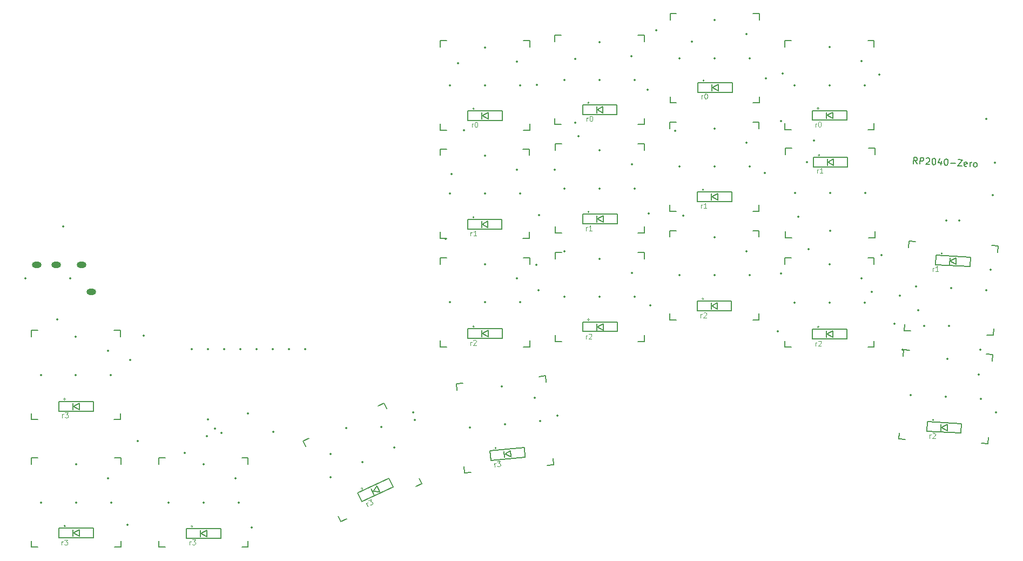
<source format=gto>
%TF.GenerationSoftware,KiCad,Pcbnew,7.0.7*%
%TF.CreationDate,2024-10-06T22:50:33+09:00*%
%TF.ProjectId,evoroll,65766f72-6f6c-46c2-9e6b-696361645f70,rev?*%
%TF.SameCoordinates,Original*%
%TF.FileFunction,Legend,Top*%
%TF.FilePolarity,Positive*%
%FSLAX46Y46*%
G04 Gerber Fmt 4.6, Leading zero omitted, Abs format (unit mm)*
G04 Created by KiCad (PCBNEW 7.0.7) date 2024-10-06 22:50:33*
%MOMM*%
%LPD*%
G01*
G04 APERTURE LIST*
%ADD10C,0.080000*%
%ADD11C,0.150000*%
%ADD12C,0.100000*%
%ADD13C,0.350000*%
%ADD14O,1.500000X1.000000*%
G04 APERTURE END LIST*
D10*
X105468107Y-75097935D02*
X105468107Y-74564601D01*
X105468107Y-74716982D02*
X105506202Y-74640792D01*
X105506202Y-74640792D02*
X105544297Y-74602697D01*
X105544297Y-74602697D02*
X105620488Y-74564601D01*
X105620488Y-74564601D02*
X105696678Y-74564601D01*
X105925249Y-74374125D02*
X105963345Y-74336030D01*
X105963345Y-74336030D02*
X106039535Y-74297935D01*
X106039535Y-74297935D02*
X106230011Y-74297935D01*
X106230011Y-74297935D02*
X106306202Y-74336030D01*
X106306202Y-74336030D02*
X106344297Y-74374125D01*
X106344297Y-74374125D02*
X106382392Y-74450316D01*
X106382392Y-74450316D02*
X106382392Y-74526506D01*
X106382392Y-74526506D02*
X106344297Y-74640792D01*
X106344297Y-74640792D02*
X105887154Y-75097935D01*
X105887154Y-75097935D02*
X106382392Y-75097935D01*
X123493107Y-54622935D02*
X123493107Y-54089601D01*
X123493107Y-54241982D02*
X123531202Y-54165792D01*
X123531202Y-54165792D02*
X123569297Y-54127697D01*
X123569297Y-54127697D02*
X123645488Y-54089601D01*
X123645488Y-54089601D02*
X123721678Y-54089601D01*
X124407392Y-54622935D02*
X123950249Y-54622935D01*
X124178821Y-54622935D02*
X124178821Y-53822935D01*
X124178821Y-53822935D02*
X124102630Y-53937220D01*
X124102630Y-53937220D02*
X124026440Y-54013411D01*
X124026440Y-54013411D02*
X123950249Y-54051506D01*
X159818107Y-64497935D02*
X159818107Y-63964601D01*
X159818107Y-64116982D02*
X159856202Y-64040792D01*
X159856202Y-64040792D02*
X159894297Y-64002697D01*
X159894297Y-64002697D02*
X159970488Y-63964601D01*
X159970488Y-63964601D02*
X160046678Y-63964601D01*
X160732392Y-64497935D02*
X160275249Y-64497935D01*
X160503821Y-64497935D02*
X160503821Y-63697935D01*
X160503821Y-63697935D02*
X160427630Y-63812220D01*
X160427630Y-63812220D02*
X160351440Y-63888411D01*
X160351440Y-63888411D02*
X160275249Y-63926506D01*
X105593107Y-40972935D02*
X105593107Y-40439601D01*
X105593107Y-40591982D02*
X105631202Y-40515792D01*
X105631202Y-40515792D02*
X105669297Y-40477697D01*
X105669297Y-40477697D02*
X105745488Y-40439601D01*
X105745488Y-40439601D02*
X105821678Y-40439601D01*
X106240726Y-40172935D02*
X106316916Y-40172935D01*
X106316916Y-40172935D02*
X106393107Y-40211030D01*
X106393107Y-40211030D02*
X106431202Y-40249125D01*
X106431202Y-40249125D02*
X106469297Y-40325316D01*
X106469297Y-40325316D02*
X106507392Y-40477697D01*
X106507392Y-40477697D02*
X106507392Y-40668173D01*
X106507392Y-40668173D02*
X106469297Y-40820554D01*
X106469297Y-40820554D02*
X106431202Y-40896744D01*
X106431202Y-40896744D02*
X106393107Y-40934840D01*
X106393107Y-40934840D02*
X106316916Y-40972935D01*
X106316916Y-40972935D02*
X106240726Y-40972935D01*
X106240726Y-40972935D02*
X106164535Y-40934840D01*
X106164535Y-40934840D02*
X106126440Y-40896744D01*
X106126440Y-40896744D02*
X106088345Y-40820554D01*
X106088345Y-40820554D02*
X106050249Y-40668173D01*
X106050249Y-40668173D02*
X106050249Y-40477697D01*
X106050249Y-40477697D02*
X106088345Y-40325316D01*
X106088345Y-40325316D02*
X106126440Y-40249125D01*
X106126440Y-40249125D02*
X106164535Y-40211030D01*
X106164535Y-40211030D02*
X106240726Y-40172935D01*
X23393107Y-87422935D02*
X23393107Y-86889601D01*
X23393107Y-87041982D02*
X23431202Y-86965792D01*
X23431202Y-86965792D02*
X23469297Y-86927697D01*
X23469297Y-86927697D02*
X23545488Y-86889601D01*
X23545488Y-86889601D02*
X23621678Y-86889601D01*
X23812154Y-86622935D02*
X24307392Y-86622935D01*
X24307392Y-86622935D02*
X24040726Y-86927697D01*
X24040726Y-86927697D02*
X24155011Y-86927697D01*
X24155011Y-86927697D02*
X24231202Y-86965792D01*
X24231202Y-86965792D02*
X24269297Y-87003887D01*
X24269297Y-87003887D02*
X24307392Y-87080078D01*
X24307392Y-87080078D02*
X24307392Y-87270554D01*
X24307392Y-87270554D02*
X24269297Y-87346744D01*
X24269297Y-87346744D02*
X24231202Y-87384840D01*
X24231202Y-87384840D02*
X24155011Y-87422935D01*
X24155011Y-87422935D02*
X23926440Y-87422935D01*
X23926440Y-87422935D02*
X23850249Y-87384840D01*
X23850249Y-87384840D02*
X23812154Y-87346744D01*
X141693107Y-49122935D02*
X141693107Y-48589601D01*
X141693107Y-48741982D02*
X141731202Y-48665792D01*
X141731202Y-48665792D02*
X141769297Y-48627697D01*
X141769297Y-48627697D02*
X141845488Y-48589601D01*
X141845488Y-48589601D02*
X141921678Y-48589601D01*
X142607392Y-49122935D02*
X142150249Y-49122935D01*
X142378821Y-49122935D02*
X142378821Y-48322935D01*
X142378821Y-48322935D02*
X142302630Y-48437220D01*
X142302630Y-48437220D02*
X142226440Y-48513411D01*
X142226440Y-48513411D02*
X142150249Y-48551506D01*
X71302195Y-101329756D02*
X71076799Y-100846392D01*
X71141198Y-100984496D02*
X71143524Y-100899344D01*
X71143524Y-100899344D02*
X71161950Y-100848718D01*
X71161950Y-100848718D02*
X71214903Y-100781993D01*
X71214903Y-100781993D02*
X71283955Y-100749793D01*
X71343886Y-100427613D02*
X71792725Y-100218316D01*
X71792725Y-100218316D02*
X71679840Y-100607222D01*
X71679840Y-100607222D02*
X71783418Y-100558923D01*
X71783418Y-100558923D02*
X71868570Y-100561249D01*
X71868570Y-100561249D02*
X71919196Y-100579676D01*
X71919196Y-100579676D02*
X71985921Y-100632628D01*
X71985921Y-100632628D02*
X72066420Y-100805258D01*
X72066420Y-100805258D02*
X72064094Y-100890410D01*
X72064094Y-100890410D02*
X72045667Y-100941036D01*
X72045667Y-100941036D02*
X71992715Y-101007761D01*
X71992715Y-101007761D02*
X71785559Y-101104360D01*
X71785559Y-101104360D02*
X71700407Y-101102033D01*
X71700407Y-101102033D02*
X71649782Y-101083607D01*
X91183286Y-95127135D02*
X91136803Y-94595831D01*
X91150084Y-94747632D02*
X91181394Y-94668411D01*
X91181394Y-94668411D02*
X91216024Y-94627141D01*
X91216024Y-94627141D02*
X91288604Y-94582550D01*
X91288604Y-94582550D02*
X91364505Y-94575910D01*
X91531014Y-94293657D02*
X92024368Y-94250494D01*
X92024368Y-94250494D02*
X91785278Y-94577338D01*
X91785278Y-94577338D02*
X91899129Y-94567377D01*
X91899129Y-94567377D02*
X91978349Y-94598687D01*
X91978349Y-94598687D02*
X92019620Y-94633317D01*
X92019620Y-94633317D02*
X92064211Y-94705897D01*
X92064211Y-94705897D02*
X92080812Y-94895649D01*
X92080812Y-94895649D02*
X92049502Y-94974869D01*
X92049502Y-94974869D02*
X92014872Y-95016140D01*
X92014872Y-95016140D02*
X91942291Y-95060731D01*
X91942291Y-95060731D02*
X91714590Y-95080652D01*
X91714590Y-95080652D02*
X91635369Y-95049342D01*
X91635369Y-95049342D02*
X91594099Y-95014712D01*
X87368107Y-76097935D02*
X87368107Y-75564601D01*
X87368107Y-75716982D02*
X87406202Y-75640792D01*
X87406202Y-75640792D02*
X87444297Y-75602697D01*
X87444297Y-75602697D02*
X87520488Y-75564601D01*
X87520488Y-75564601D02*
X87596678Y-75564601D01*
X87825249Y-75374125D02*
X87863345Y-75336030D01*
X87863345Y-75336030D02*
X87939535Y-75297935D01*
X87939535Y-75297935D02*
X88130011Y-75297935D01*
X88130011Y-75297935D02*
X88206202Y-75336030D01*
X88206202Y-75336030D02*
X88244297Y-75374125D01*
X88244297Y-75374125D02*
X88282392Y-75450316D01*
X88282392Y-75450316D02*
X88282392Y-75526506D01*
X88282392Y-75526506D02*
X88244297Y-75640792D01*
X88244297Y-75640792D02*
X87787154Y-76097935D01*
X87787154Y-76097935D02*
X88282392Y-76097935D01*
X123593107Y-37472935D02*
X123593107Y-36939601D01*
X123593107Y-37091982D02*
X123631202Y-37015792D01*
X123631202Y-37015792D02*
X123669297Y-36977697D01*
X123669297Y-36977697D02*
X123745488Y-36939601D01*
X123745488Y-36939601D02*
X123821678Y-36939601D01*
X124240726Y-36672935D02*
X124316916Y-36672935D01*
X124316916Y-36672935D02*
X124393107Y-36711030D01*
X124393107Y-36711030D02*
X124431202Y-36749125D01*
X124431202Y-36749125D02*
X124469297Y-36825316D01*
X124469297Y-36825316D02*
X124507392Y-36977697D01*
X124507392Y-36977697D02*
X124507392Y-37168173D01*
X124507392Y-37168173D02*
X124469297Y-37320554D01*
X124469297Y-37320554D02*
X124431202Y-37396744D01*
X124431202Y-37396744D02*
X124393107Y-37434840D01*
X124393107Y-37434840D02*
X124316916Y-37472935D01*
X124316916Y-37472935D02*
X124240726Y-37472935D01*
X124240726Y-37472935D02*
X124164535Y-37434840D01*
X124164535Y-37434840D02*
X124126440Y-37396744D01*
X124126440Y-37396744D02*
X124088345Y-37320554D01*
X124088345Y-37320554D02*
X124050249Y-37168173D01*
X124050249Y-37168173D02*
X124050249Y-36977697D01*
X124050249Y-36977697D02*
X124088345Y-36825316D01*
X124088345Y-36825316D02*
X124126440Y-36749125D01*
X124126440Y-36749125D02*
X124164535Y-36711030D01*
X124164535Y-36711030D02*
X124240726Y-36672935D01*
X159323115Y-90635798D02*
X159351028Y-90103195D01*
X159343053Y-90255368D02*
X159385083Y-90181275D01*
X159385083Y-90181275D02*
X159425120Y-90145226D01*
X159425120Y-90145226D02*
X159503200Y-90111170D01*
X159503200Y-90111170D02*
X159579286Y-90115158D01*
X159817513Y-89936905D02*
X159857549Y-89900856D01*
X159857549Y-89900856D02*
X159935629Y-89866800D01*
X159935629Y-89866800D02*
X160125844Y-89876769D01*
X160125844Y-89876769D02*
X160199937Y-89918800D01*
X160199937Y-89918800D02*
X160235986Y-89958837D01*
X160235986Y-89958837D02*
X160270042Y-90036916D01*
X160270042Y-90036916D02*
X160266054Y-90113002D01*
X160266054Y-90113002D02*
X160222030Y-90225138D01*
X160222030Y-90225138D02*
X159741588Y-90657729D01*
X159741588Y-90657729D02*
X160236148Y-90683648D01*
X141443107Y-76197935D02*
X141443107Y-75664601D01*
X141443107Y-75816982D02*
X141481202Y-75740792D01*
X141481202Y-75740792D02*
X141519297Y-75702697D01*
X141519297Y-75702697D02*
X141595488Y-75664601D01*
X141595488Y-75664601D02*
X141671678Y-75664601D01*
X141900249Y-75474125D02*
X141938345Y-75436030D01*
X141938345Y-75436030D02*
X142014535Y-75397935D01*
X142014535Y-75397935D02*
X142205011Y-75397935D01*
X142205011Y-75397935D02*
X142281202Y-75436030D01*
X142281202Y-75436030D02*
X142319297Y-75474125D01*
X142319297Y-75474125D02*
X142357392Y-75550316D01*
X142357392Y-75550316D02*
X142357392Y-75626506D01*
X142357392Y-75626506D02*
X142319297Y-75740792D01*
X142319297Y-75740792D02*
X141862154Y-76197935D01*
X141862154Y-76197935D02*
X142357392Y-76197935D01*
X23318107Y-107372935D02*
X23318107Y-106839601D01*
X23318107Y-106991982D02*
X23356202Y-106915792D01*
X23356202Y-106915792D02*
X23394297Y-106877697D01*
X23394297Y-106877697D02*
X23470488Y-106839601D01*
X23470488Y-106839601D02*
X23546678Y-106839601D01*
X23737154Y-106572935D02*
X24232392Y-106572935D01*
X24232392Y-106572935D02*
X23965726Y-106877697D01*
X23965726Y-106877697D02*
X24080011Y-106877697D01*
X24080011Y-106877697D02*
X24156202Y-106915792D01*
X24156202Y-106915792D02*
X24194297Y-106953887D01*
X24194297Y-106953887D02*
X24232392Y-107030078D01*
X24232392Y-107030078D02*
X24232392Y-107220554D01*
X24232392Y-107220554D02*
X24194297Y-107296744D01*
X24194297Y-107296744D02*
X24156202Y-107334840D01*
X24156202Y-107334840D02*
X24080011Y-107372935D01*
X24080011Y-107372935D02*
X23851440Y-107372935D01*
X23851440Y-107372935D02*
X23775249Y-107334840D01*
X23775249Y-107334840D02*
X23737154Y-107296744D01*
X141443107Y-41897935D02*
X141443107Y-41364601D01*
X141443107Y-41516982D02*
X141481202Y-41440792D01*
X141481202Y-41440792D02*
X141519297Y-41402697D01*
X141519297Y-41402697D02*
X141595488Y-41364601D01*
X141595488Y-41364601D02*
X141671678Y-41364601D01*
X142090726Y-41097935D02*
X142166916Y-41097935D01*
X142166916Y-41097935D02*
X142243107Y-41136030D01*
X142243107Y-41136030D02*
X142281202Y-41174125D01*
X142281202Y-41174125D02*
X142319297Y-41250316D01*
X142319297Y-41250316D02*
X142357392Y-41402697D01*
X142357392Y-41402697D02*
X142357392Y-41593173D01*
X142357392Y-41593173D02*
X142319297Y-41745554D01*
X142319297Y-41745554D02*
X142281202Y-41821744D01*
X142281202Y-41821744D02*
X142243107Y-41859840D01*
X142243107Y-41859840D02*
X142166916Y-41897935D01*
X142166916Y-41897935D02*
X142090726Y-41897935D01*
X142090726Y-41897935D02*
X142014535Y-41859840D01*
X142014535Y-41859840D02*
X141976440Y-41821744D01*
X141976440Y-41821744D02*
X141938345Y-41745554D01*
X141938345Y-41745554D02*
X141900249Y-41593173D01*
X141900249Y-41593173D02*
X141900249Y-41402697D01*
X141900249Y-41402697D02*
X141938345Y-41250316D01*
X141938345Y-41250316D02*
X141976440Y-41174125D01*
X141976440Y-41174125D02*
X142014535Y-41136030D01*
X142014535Y-41136030D02*
X142090726Y-41097935D01*
X123468107Y-71772935D02*
X123468107Y-71239601D01*
X123468107Y-71391982D02*
X123506202Y-71315792D01*
X123506202Y-71315792D02*
X123544297Y-71277697D01*
X123544297Y-71277697D02*
X123620488Y-71239601D01*
X123620488Y-71239601D02*
X123696678Y-71239601D01*
X123925249Y-71049125D02*
X123963345Y-71011030D01*
X123963345Y-71011030D02*
X124039535Y-70972935D01*
X124039535Y-70972935D02*
X124230011Y-70972935D01*
X124230011Y-70972935D02*
X124306202Y-71011030D01*
X124306202Y-71011030D02*
X124344297Y-71049125D01*
X124344297Y-71049125D02*
X124382392Y-71125316D01*
X124382392Y-71125316D02*
X124382392Y-71201506D01*
X124382392Y-71201506D02*
X124344297Y-71315792D01*
X124344297Y-71315792D02*
X123887154Y-71772935D01*
X123887154Y-71772935D02*
X124382392Y-71772935D01*
X105518107Y-58122935D02*
X105518107Y-57589601D01*
X105518107Y-57741982D02*
X105556202Y-57665792D01*
X105556202Y-57665792D02*
X105594297Y-57627697D01*
X105594297Y-57627697D02*
X105670488Y-57589601D01*
X105670488Y-57589601D02*
X105746678Y-57589601D01*
X106432392Y-58122935D02*
X105975249Y-58122935D01*
X106203821Y-58122935D02*
X106203821Y-57322935D01*
X106203821Y-57322935D02*
X106127630Y-57437220D01*
X106127630Y-57437220D02*
X106051440Y-57513411D01*
X106051440Y-57513411D02*
X105975249Y-57551506D01*
X43343107Y-107347935D02*
X43343107Y-106814601D01*
X43343107Y-106966982D02*
X43381202Y-106890792D01*
X43381202Y-106890792D02*
X43419297Y-106852697D01*
X43419297Y-106852697D02*
X43495488Y-106814601D01*
X43495488Y-106814601D02*
X43571678Y-106814601D01*
X43762154Y-106547935D02*
X44257392Y-106547935D01*
X44257392Y-106547935D02*
X43990726Y-106852697D01*
X43990726Y-106852697D02*
X44105011Y-106852697D01*
X44105011Y-106852697D02*
X44181202Y-106890792D01*
X44181202Y-106890792D02*
X44219297Y-106928887D01*
X44219297Y-106928887D02*
X44257392Y-107005078D01*
X44257392Y-107005078D02*
X44257392Y-107195554D01*
X44257392Y-107195554D02*
X44219297Y-107271744D01*
X44219297Y-107271744D02*
X44181202Y-107309840D01*
X44181202Y-107309840D02*
X44105011Y-107347935D01*
X44105011Y-107347935D02*
X43876440Y-107347935D01*
X43876440Y-107347935D02*
X43800249Y-107309840D01*
X43800249Y-107309840D02*
X43762154Y-107271744D01*
X87593107Y-41922935D02*
X87593107Y-41389601D01*
X87593107Y-41541982D02*
X87631202Y-41465792D01*
X87631202Y-41465792D02*
X87669297Y-41427697D01*
X87669297Y-41427697D02*
X87745488Y-41389601D01*
X87745488Y-41389601D02*
X87821678Y-41389601D01*
X88240726Y-41122935D02*
X88316916Y-41122935D01*
X88316916Y-41122935D02*
X88393107Y-41161030D01*
X88393107Y-41161030D02*
X88431202Y-41199125D01*
X88431202Y-41199125D02*
X88469297Y-41275316D01*
X88469297Y-41275316D02*
X88507392Y-41427697D01*
X88507392Y-41427697D02*
X88507392Y-41618173D01*
X88507392Y-41618173D02*
X88469297Y-41770554D01*
X88469297Y-41770554D02*
X88431202Y-41846744D01*
X88431202Y-41846744D02*
X88393107Y-41884840D01*
X88393107Y-41884840D02*
X88316916Y-41922935D01*
X88316916Y-41922935D02*
X88240726Y-41922935D01*
X88240726Y-41922935D02*
X88164535Y-41884840D01*
X88164535Y-41884840D02*
X88126440Y-41846744D01*
X88126440Y-41846744D02*
X88088345Y-41770554D01*
X88088345Y-41770554D02*
X88050249Y-41618173D01*
X88050249Y-41618173D02*
X88050249Y-41427697D01*
X88050249Y-41427697D02*
X88088345Y-41275316D01*
X88088345Y-41275316D02*
X88126440Y-41199125D01*
X88126440Y-41199125D02*
X88164535Y-41161030D01*
X88164535Y-41161030D02*
X88240726Y-41122935D01*
X87418107Y-58922935D02*
X87418107Y-58389601D01*
X87418107Y-58541982D02*
X87456202Y-58465792D01*
X87456202Y-58465792D02*
X87494297Y-58427697D01*
X87494297Y-58427697D02*
X87570488Y-58389601D01*
X87570488Y-58389601D02*
X87646678Y-58389601D01*
X88332392Y-58922935D02*
X87875249Y-58922935D01*
X88103821Y-58922935D02*
X88103821Y-58122935D01*
X88103821Y-58122935D02*
X88027630Y-58237220D01*
X88027630Y-58237220D02*
X87951440Y-58313411D01*
X87951440Y-58313411D02*
X87875249Y-58351506D01*
D11*
X157383269Y-47672911D02*
X157075314Y-47179928D01*
X156812623Y-47643005D02*
X156864959Y-46644375D01*
X156864959Y-46644375D02*
X157245390Y-46664313D01*
X157245390Y-46664313D02*
X157338005Y-46716851D01*
X157338005Y-46716851D02*
X157383067Y-46766897D01*
X157383067Y-46766897D02*
X157425636Y-46864497D01*
X157425636Y-46864497D02*
X157418159Y-47007158D01*
X157418159Y-47007158D02*
X157365621Y-47099773D01*
X157365621Y-47099773D02*
X157315575Y-47144835D01*
X157315575Y-47144835D02*
X157217976Y-47187404D01*
X157217976Y-47187404D02*
X156837545Y-47167467D01*
X157811253Y-47695341D02*
X157863589Y-46696711D01*
X157863589Y-46696711D02*
X158244019Y-46716649D01*
X158244019Y-46716649D02*
X158336635Y-46769187D01*
X158336635Y-46769187D02*
X158381696Y-46819233D01*
X158381696Y-46819233D02*
X158424266Y-46916832D01*
X158424266Y-46916832D02*
X158416789Y-47059494D01*
X158416789Y-47059494D02*
X158364251Y-47152109D01*
X158364251Y-47152109D02*
X158314205Y-47197171D01*
X158314205Y-47197171D02*
X158216605Y-47239740D01*
X158216605Y-47239740D02*
X157836175Y-47219803D01*
X158809680Y-46841662D02*
X158859726Y-46796601D01*
X158859726Y-46796601D02*
X158957326Y-46754031D01*
X158957326Y-46754031D02*
X159195095Y-46766492D01*
X159195095Y-46766492D02*
X159287710Y-46819031D01*
X159287710Y-46819031D02*
X159332772Y-46869076D01*
X159332772Y-46869076D02*
X159375341Y-46966676D01*
X159375341Y-46966676D02*
X159370357Y-47061784D01*
X159370357Y-47061784D02*
X159315327Y-47201953D01*
X159315327Y-47201953D02*
X158714775Y-47742692D01*
X158714775Y-47742692D02*
X159332974Y-47775091D01*
X160003509Y-46808860D02*
X160098617Y-46813844D01*
X160098617Y-46813844D02*
X160191232Y-46866382D01*
X160191232Y-46866382D02*
X160236294Y-46916428D01*
X160236294Y-46916428D02*
X160278863Y-47014028D01*
X160278863Y-47014028D02*
X160316448Y-47206735D01*
X160316448Y-47206735D02*
X160303987Y-47444504D01*
X160303987Y-47444504D02*
X160246465Y-47632227D01*
X160246465Y-47632227D02*
X160193927Y-47724842D01*
X160193927Y-47724842D02*
X160143881Y-47769904D01*
X160143881Y-47769904D02*
X160046281Y-47812473D01*
X160046281Y-47812473D02*
X159951173Y-47807489D01*
X159951173Y-47807489D02*
X159858558Y-47754951D01*
X159858558Y-47754951D02*
X159813496Y-47704905D01*
X159813496Y-47704905D02*
X159770927Y-47607305D01*
X159770927Y-47607305D02*
X159733342Y-47414598D01*
X159733342Y-47414598D02*
X159745803Y-47176829D01*
X159745803Y-47176829D02*
X159803325Y-46989106D01*
X159803325Y-46989106D02*
X159855864Y-46896491D01*
X159855864Y-46896491D02*
X159905910Y-46851429D01*
X159905910Y-46851429D02*
X160003509Y-46808860D01*
X161174909Y-47204041D02*
X161140018Y-47869794D01*
X160957077Y-46811150D02*
X160681926Y-47511995D01*
X160681926Y-47511995D02*
X161300125Y-47544394D01*
X161905661Y-46908547D02*
X162000769Y-46913531D01*
X162000769Y-46913531D02*
X162093384Y-46966070D01*
X162093384Y-46966070D02*
X162138446Y-47016116D01*
X162138446Y-47016116D02*
X162181015Y-47113715D01*
X162181015Y-47113715D02*
X162218600Y-47306423D01*
X162218600Y-47306423D02*
X162206139Y-47544192D01*
X162206139Y-47544192D02*
X162148616Y-47731915D01*
X162148616Y-47731915D02*
X162096078Y-47824530D01*
X162096078Y-47824530D02*
X162046032Y-47869592D01*
X162046032Y-47869592D02*
X161948433Y-47912161D01*
X161948433Y-47912161D02*
X161853325Y-47907177D01*
X161853325Y-47907177D02*
X161760710Y-47854638D01*
X161760710Y-47854638D02*
X161715648Y-47804592D01*
X161715648Y-47804592D02*
X161673079Y-47706993D01*
X161673079Y-47706993D02*
X161635494Y-47514285D01*
X161635494Y-47514285D02*
X161647955Y-47276516D01*
X161647955Y-47276516D02*
X161705477Y-47088793D01*
X161705477Y-47088793D02*
X161758015Y-46996178D01*
X161758015Y-46996178D02*
X161808061Y-46951117D01*
X161808061Y-46951117D02*
X161905661Y-46908547D01*
X162634123Y-47566621D02*
X163394984Y-47606496D01*
X163807812Y-47008235D02*
X164473565Y-47043125D01*
X164473565Y-47043125D02*
X163755476Y-48006864D01*
X163755476Y-48006864D02*
X164421229Y-48041755D01*
X165184582Y-48034076D02*
X165086982Y-48076645D01*
X165086982Y-48076645D02*
X164896767Y-48066677D01*
X164896767Y-48066677D02*
X164804152Y-48014139D01*
X164804152Y-48014139D02*
X164761582Y-47916539D01*
X164761582Y-47916539D02*
X164781520Y-47536108D01*
X164781520Y-47536108D02*
X164834058Y-47443493D01*
X164834058Y-47443493D02*
X164931658Y-47400924D01*
X164931658Y-47400924D02*
X165121873Y-47410892D01*
X165121873Y-47410892D02*
X165214488Y-47463431D01*
X165214488Y-47463431D02*
X165257058Y-47561030D01*
X165257058Y-47561030D02*
X165252073Y-47656138D01*
X165252073Y-47656138D02*
X164771551Y-47726324D01*
X165657628Y-48106552D02*
X165692519Y-47440799D01*
X165682550Y-47631014D02*
X165735088Y-47538398D01*
X165735088Y-47538398D02*
X165785134Y-47493337D01*
X165785134Y-47493337D02*
X165882734Y-47450767D01*
X165882734Y-47450767D02*
X165977841Y-47455752D01*
X166418489Y-48146427D02*
X166325874Y-48093889D01*
X166325874Y-48093889D02*
X166280812Y-48043843D01*
X166280812Y-48043843D02*
X166238243Y-47946243D01*
X166238243Y-47946243D02*
X166253196Y-47660920D01*
X166253196Y-47660920D02*
X166305734Y-47568305D01*
X166305734Y-47568305D02*
X166355780Y-47523243D01*
X166355780Y-47523243D02*
X166453380Y-47480674D01*
X166453380Y-47480674D02*
X166596041Y-47488150D01*
X166596041Y-47488150D02*
X166688656Y-47540688D01*
X166688656Y-47540688D02*
X166733718Y-47590734D01*
X166733718Y-47590734D02*
X166776287Y-47688334D01*
X166776287Y-47688334D02*
X166761334Y-47973657D01*
X166761334Y-47973657D02*
X166708796Y-48066272D01*
X166708796Y-48066272D02*
X166658750Y-48111334D01*
X166658750Y-48111334D02*
X166561150Y-48153903D01*
X166561150Y-48153903D02*
X166418489Y-48146427D01*
%TO.C,D10*%
X86950000Y-73525000D02*
X86950000Y-75025000D01*
X86950000Y-75025000D02*
X92350000Y-75025000D01*
X89150000Y-73775000D02*
X89150000Y-74775000D01*
X89250000Y-74275000D02*
X90150000Y-73775000D01*
X90150000Y-73775000D02*
X90150000Y-74775000D01*
X90150000Y-74775000D02*
X89250000Y-74275000D01*
X92350000Y-73525000D02*
X86950000Y-73525000D01*
X92350000Y-73525000D02*
X92350000Y-75025000D01*
D12*
X87900000Y-73175000D02*
G75*
G03*
X87900000Y-73175000I-50000J0D01*
G01*
X87991421Y-73175000D02*
G75*
G03*
X87991421Y-73175000I-141421J0D01*
G01*
D11*
%TO.C,SW15*%
X32525000Y-86750000D02*
X32525000Y-87750000D01*
X32525000Y-73750000D02*
X32525000Y-74750000D01*
X32525000Y-73750000D02*
X31525000Y-73750000D01*
X31525000Y-87750000D02*
X32525000Y-87750000D01*
X19525000Y-73750000D02*
X18525000Y-73750000D01*
X18525000Y-87750000D02*
X19525000Y-87750000D01*
X18525000Y-87750000D02*
X18525000Y-86750000D01*
X18525000Y-74750000D02*
X18525000Y-73750000D01*
X18525000Y-73750000D02*
X19525000Y-73750000D01*
%TO.C,SW1*%
X96650000Y-41375000D02*
X96650000Y-42375000D01*
X96650000Y-28375000D02*
X96650000Y-29375000D01*
X96650000Y-28375000D02*
X95650000Y-28375000D01*
X95650000Y-42375000D02*
X96650000Y-42375000D01*
X83650000Y-28375000D02*
X82650000Y-28375000D01*
X82650000Y-42375000D02*
X83650000Y-42375000D01*
X82650000Y-42375000D02*
X82650000Y-41375000D01*
X82650000Y-29375000D02*
X82650000Y-28375000D01*
X82650000Y-28375000D02*
X83650000Y-28375000D01*
%TO.C,D1*%
X86950000Y-39400000D02*
X86950000Y-40900000D01*
X86950000Y-40900000D02*
X92350000Y-40900000D01*
X89150000Y-39650000D02*
X89150000Y-40650000D01*
X89250000Y-40150000D02*
X90150000Y-39650000D01*
X90150000Y-39650000D02*
X90150000Y-40650000D01*
X90150000Y-40650000D02*
X89250000Y-40150000D01*
X92350000Y-39400000D02*
X86950000Y-39400000D01*
X92350000Y-39400000D02*
X92350000Y-40900000D01*
D12*
X87900000Y-39050000D02*
G75*
G03*
X87900000Y-39050000I-50000J0D01*
G01*
X87991421Y-39050000D02*
G75*
G03*
X87991421Y-39050000I-141421J0D01*
G01*
D11*
%TO.C,D6*%
X105000000Y-55550000D02*
X105000000Y-57050000D01*
X105000000Y-57050000D02*
X110400000Y-57050000D01*
X107200000Y-55800000D02*
X107200000Y-56800000D01*
X107300000Y-56300000D02*
X108200000Y-55800000D01*
X108200000Y-55800000D02*
X108200000Y-56800000D01*
X108200000Y-56800000D02*
X107300000Y-56300000D01*
X110400000Y-55550000D02*
X105000000Y-55550000D01*
X110400000Y-55550000D02*
X110400000Y-57050000D01*
D12*
X105950000Y-55200000D02*
G75*
G03*
X105950000Y-55200000I-50000J0D01*
G01*
X106041421Y-55200000D02*
G75*
G03*
X106041421Y-55200000I-141421J0D01*
G01*
D11*
%TO.C,SW12*%
X132625000Y-71125000D02*
X132625000Y-72125000D01*
X132625000Y-58125000D02*
X132625000Y-59125000D01*
X132625000Y-58125000D02*
X131625000Y-58125000D01*
X131625000Y-72125000D02*
X132625000Y-72125000D01*
X119625000Y-58125000D02*
X118625000Y-58125000D01*
X118625000Y-72125000D02*
X119625000Y-72125000D01*
X118625000Y-72125000D02*
X118625000Y-71125000D01*
X118625000Y-59125000D02*
X118625000Y-58125000D01*
X118625000Y-58125000D02*
X119625000Y-58125000D01*
%TO.C,SW19*%
X100289874Y-93844436D02*
X100377030Y-94840631D01*
X99156850Y-80893905D02*
X99244005Y-81890100D01*
X99156850Y-80893905D02*
X98160655Y-80981061D01*
X99380835Y-94927786D02*
X100377030Y-94840631D01*
X86206319Y-82026930D02*
X85210124Y-82114085D01*
X86430304Y-96060811D02*
X87426499Y-95973655D01*
X86430304Y-96060811D02*
X86343149Y-95064616D01*
X85297280Y-83110280D02*
X85210124Y-82114085D01*
X85210124Y-82114085D02*
X86206319Y-82026930D01*
%TO.C,SW16*%
X32575000Y-106725000D02*
X32575000Y-107725000D01*
X32575000Y-93725000D02*
X32575000Y-94725000D01*
X32575000Y-93725000D02*
X31575000Y-93725000D01*
X31575000Y-107725000D02*
X32575000Y-107725000D01*
X19575000Y-93725000D02*
X18575000Y-93725000D01*
X18575000Y-107725000D02*
X19575000Y-107725000D01*
X18575000Y-107725000D02*
X18575000Y-106725000D01*
X18575000Y-94725000D02*
X18575000Y-93725000D01*
X18575000Y-93725000D02*
X19575000Y-93725000D01*
%TO.C,SW3*%
X132675000Y-37125000D02*
X132675000Y-38125000D01*
X132675000Y-24125000D02*
X132675000Y-25125000D01*
X132675000Y-24125000D02*
X131675000Y-24125000D01*
X131675000Y-38125000D02*
X132675000Y-38125000D01*
X119675000Y-24125000D02*
X118675000Y-24125000D01*
X118675000Y-38125000D02*
X119675000Y-38125000D01*
X118675000Y-38125000D02*
X118675000Y-37125000D01*
X118675000Y-25125000D02*
X118675000Y-24125000D01*
X118675000Y-24125000D02*
X119675000Y-24125000D01*
%TO.C,SW10*%
X96650000Y-75375000D02*
X96650000Y-76375000D01*
X96650000Y-62375000D02*
X96650000Y-63375000D01*
X96650000Y-62375000D02*
X95650000Y-62375000D01*
X95650000Y-76375000D02*
X96650000Y-76375000D01*
X83650000Y-62375000D02*
X82650000Y-62375000D01*
X82650000Y-76375000D02*
X83650000Y-76375000D01*
X82650000Y-76375000D02*
X82650000Y-75375000D01*
X82650000Y-63375000D02*
X82650000Y-62375000D01*
X82650000Y-62375000D02*
X83650000Y-62375000D01*
%TO.C,D19*%
X90444908Y-92613174D02*
X90575641Y-94107467D01*
X90575641Y-94107467D02*
X95955092Y-93636826D01*
X92658325Y-92670481D02*
X92745481Y-93666675D01*
X92801522Y-93159862D02*
X93654519Y-92583325D01*
X93654519Y-92583325D02*
X93741675Y-93579519D01*
X93741675Y-93579519D02*
X92801522Y-93159862D01*
X95824359Y-92142533D02*
X90444908Y-92613174D01*
X95824359Y-92142533D02*
X95955092Y-93636826D01*
D12*
X91360978Y-92186066D02*
G75*
G03*
X91360978Y-92186066I-50000J0D01*
G01*
X91452399Y-92186066D02*
G75*
G03*
X91452399Y-92186066I-141421J0D01*
G01*
D11*
%TO.C,D12*%
X122900000Y-69175000D02*
X122900000Y-70675000D01*
X122900000Y-70675000D02*
X128300000Y-70675000D01*
X125100000Y-69425000D02*
X125100000Y-70425000D01*
X125200000Y-69925000D02*
X126100000Y-69425000D01*
X126100000Y-69425000D02*
X126100000Y-70425000D01*
X126100000Y-70425000D02*
X125200000Y-69925000D01*
X128300000Y-69175000D02*
X122900000Y-69175000D01*
X128300000Y-69175000D02*
X128300000Y-70675000D01*
D12*
X123850000Y-68825000D02*
G75*
G03*
X123850000Y-68825000I-50000J0D01*
G01*
X123941421Y-68825000D02*
G75*
G03*
X123941421Y-68825000I-141421J0D01*
G01*
D11*
%TO.C,D16*%
X22875000Y-104750000D02*
X22875000Y-106250000D01*
X22875000Y-106250000D02*
X28275000Y-106250000D01*
X25075000Y-105000000D02*
X25075000Y-106000000D01*
X25175000Y-105500000D02*
X26075000Y-105000000D01*
X26075000Y-105000000D02*
X26075000Y-106000000D01*
X26075000Y-106000000D02*
X25175000Y-105500000D01*
X28275000Y-104750000D02*
X22875000Y-104750000D01*
X28275000Y-104750000D02*
X28275000Y-106250000D01*
D12*
X23825000Y-104400000D02*
G75*
G03*
X23825000Y-104400000I-50000J0D01*
G01*
X23916421Y-104400000D02*
G75*
G03*
X23916421Y-104400000I-141421J0D01*
G01*
D11*
%TO.C,SW6*%
X114650000Y-57525000D02*
X114650000Y-58525000D01*
X114650000Y-44525000D02*
X114650000Y-45525000D01*
X114650000Y-44525000D02*
X113650000Y-44525000D01*
X113650000Y-58525000D02*
X114650000Y-58525000D01*
X101650000Y-44525000D02*
X100650000Y-44525000D01*
X100650000Y-58525000D02*
X101650000Y-58525000D01*
X100650000Y-58525000D02*
X100650000Y-57525000D01*
X100650000Y-45525000D02*
X100650000Y-44525000D01*
X100650000Y-44525000D02*
X101650000Y-44525000D01*
%TO.C,SW2*%
X114625000Y-40525000D02*
X114625000Y-41525000D01*
X114625000Y-27525000D02*
X114625000Y-28525000D01*
X114625000Y-27525000D02*
X113625000Y-27525000D01*
X113625000Y-41525000D02*
X114625000Y-41525000D01*
X101625000Y-27525000D02*
X100625000Y-27525000D01*
X100625000Y-41525000D02*
X101625000Y-41525000D01*
X100625000Y-41525000D02*
X100625000Y-40525000D01*
X100625000Y-28525000D02*
X100625000Y-27525000D01*
X100625000Y-27525000D02*
X101625000Y-27525000D01*
%TO.C,D5*%
X86925000Y-56400000D02*
X86925000Y-57900000D01*
X86925000Y-57900000D02*
X92325000Y-57900000D01*
X89125000Y-56650000D02*
X89125000Y-57650000D01*
X89225000Y-57150000D02*
X90125000Y-56650000D01*
X90125000Y-56650000D02*
X90125000Y-57650000D01*
X90125000Y-57650000D02*
X89225000Y-57150000D01*
X92325000Y-56400000D02*
X86925000Y-56400000D01*
X92325000Y-56400000D02*
X92325000Y-57900000D01*
D12*
X87875000Y-56050000D02*
G75*
G03*
X87875000Y-56050000I-50000J0D01*
G01*
X87966421Y-56050000D02*
G75*
G03*
X87966421Y-56050000I-141421J0D01*
G01*
D11*
%TO.C,SW13*%
X150650000Y-75400000D02*
X150650000Y-76400000D01*
X150650000Y-62400000D02*
X150650000Y-63400000D01*
X150650000Y-62400000D02*
X149650000Y-62400000D01*
X149650000Y-76400000D02*
X150650000Y-76400000D01*
X137650000Y-62400000D02*
X136650000Y-62400000D01*
X136650000Y-76400000D02*
X137650000Y-76400000D01*
X136650000Y-76400000D02*
X136650000Y-75400000D01*
X136650000Y-63400000D02*
X136650000Y-62400000D01*
X136650000Y-62400000D02*
X137650000Y-62400000D01*
%TO.C,D7*%
X122950000Y-52075000D02*
X122950000Y-53575000D01*
X122950000Y-53575000D02*
X128350000Y-53575000D01*
X125150000Y-52325000D02*
X125150000Y-53325000D01*
X125250000Y-52825000D02*
X126150000Y-52325000D01*
X126150000Y-52325000D02*
X126150000Y-53325000D01*
X126150000Y-53325000D02*
X125250000Y-52825000D01*
X128350000Y-52075000D02*
X122950000Y-52075000D01*
X128350000Y-52075000D02*
X128350000Y-53575000D01*
D12*
X123900000Y-51725000D02*
G75*
G03*
X123900000Y-51725000I-50000J0D01*
G01*
X123991421Y-51725000D02*
G75*
G03*
X123991421Y-51725000I-141421J0D01*
G01*
D11*
%TO.C,SW9*%
X156057722Y-60805117D02*
X156110058Y-59806488D01*
X155377355Y-73787301D02*
X155429691Y-72788672D01*
X155377355Y-73787301D02*
X156375984Y-73839637D01*
X157108687Y-59858824D02*
X156110058Y-59806488D01*
X168359539Y-74467668D02*
X169358168Y-74520004D01*
X170090871Y-60539191D02*
X169092242Y-60486855D01*
X170090871Y-60539191D02*
X170038535Y-61537820D01*
X169410504Y-73521375D02*
X169358168Y-74520004D01*
X169358168Y-74520004D02*
X168359539Y-74467668D01*
%TO.C,D9*%
X160342952Y-62009721D02*
X160264448Y-63507665D01*
X160264448Y-63507665D02*
X165657048Y-63790279D01*
X162526853Y-62374517D02*
X162474517Y-63373147D01*
X162600548Y-62879066D02*
X163525483Y-62426853D01*
X163525483Y-62426853D02*
X163473147Y-63425483D01*
X163473147Y-63425483D02*
X162600548Y-62879066D01*
X165735552Y-62292335D02*
X160342952Y-62009721D01*
X165735552Y-62292335D02*
X165657048Y-63790279D01*
D12*
X161310035Y-61707303D02*
G75*
G03*
X161310035Y-61707303I-49999J0D01*
G01*
X161401457Y-61707303D02*
G75*
G03*
X161401457Y-61707303I-141421J0D01*
G01*
D11*
%TO.C,SW5*%
X96625000Y-58350000D02*
X96625000Y-59350000D01*
X96625000Y-45350000D02*
X96625000Y-46350000D01*
X96625000Y-45350000D02*
X95625000Y-45350000D01*
X95625000Y-59350000D02*
X96625000Y-59350000D01*
X83625000Y-45350000D02*
X82625000Y-45350000D01*
X82625000Y-59350000D02*
X83625000Y-59350000D01*
X82625000Y-59350000D02*
X82625000Y-58350000D01*
X82625000Y-46350000D02*
X82625000Y-45350000D01*
X82625000Y-45350000D02*
X83625000Y-45350000D01*
%TO.C,D8*%
X141100000Y-46666790D02*
X141100000Y-48166790D01*
X141100000Y-48166790D02*
X146500000Y-48166790D01*
X143300000Y-46916790D02*
X143300000Y-47916790D01*
X143400000Y-47416790D02*
X144300000Y-46916790D01*
X144300000Y-46916790D02*
X144300000Y-47916790D01*
X144300000Y-47916790D02*
X143400000Y-47416790D01*
X146500000Y-46666790D02*
X141100000Y-46666790D01*
X146500000Y-46666790D02*
X146500000Y-48166790D01*
D12*
X142050000Y-46316790D02*
G75*
G03*
X142050000Y-46316790I-50000J0D01*
G01*
X142141421Y-46316790D02*
G75*
G03*
X142141421Y-46316790I-141421J0D01*
G01*
D11*
%TO.C,D4*%
X140950000Y-39333211D02*
X140950000Y-40833211D01*
X140950000Y-40833211D02*
X146350000Y-40833211D01*
X143150000Y-39583211D02*
X143150000Y-40583211D01*
X143250000Y-40083211D02*
X144150000Y-39583211D01*
X144150000Y-39583211D02*
X144150000Y-40583211D01*
X144150000Y-40583211D02*
X143250000Y-40083211D01*
X146350000Y-39333211D02*
X140950000Y-39333211D01*
X146350000Y-39333211D02*
X146350000Y-40833211D01*
D12*
X141900000Y-38983211D02*
G75*
G03*
X141900000Y-38983211I-50000J0D01*
G01*
X141991421Y-38983211D02*
G75*
G03*
X141991421Y-38983211I-141421J0D01*
G01*
D11*
%TO.C,D2*%
X104950000Y-38458211D02*
X104950000Y-39958211D01*
X104950000Y-39958211D02*
X110350000Y-39958211D01*
X107150000Y-38708211D02*
X107150000Y-39708211D01*
X107250000Y-39208211D02*
X108150000Y-38708211D01*
X108150000Y-38708211D02*
X108150000Y-39708211D01*
X108150000Y-39708211D02*
X107250000Y-39208211D01*
X110350000Y-38458211D02*
X104950000Y-38458211D01*
X110350000Y-38458211D02*
X110350000Y-39958211D01*
D12*
X105900000Y-38108211D02*
G75*
G03*
X105900000Y-38108211I-50000J0D01*
G01*
X105991421Y-38108211D02*
G75*
G03*
X105991421Y-38108211I-141421J0D01*
G01*
D11*
%TO.C,SW17*%
X52525000Y-106725000D02*
X52525000Y-107725000D01*
X52525000Y-93725000D02*
X52525000Y-94725000D01*
X52525000Y-93725000D02*
X51525000Y-93725000D01*
X51525000Y-107725000D02*
X52525000Y-107725000D01*
X39525000Y-93725000D02*
X38525000Y-93725000D01*
X38525000Y-107725000D02*
X39525000Y-107725000D01*
X38525000Y-107725000D02*
X38525000Y-106725000D01*
X38525000Y-94725000D02*
X38525000Y-93725000D01*
X38525000Y-93725000D02*
X39525000Y-93725000D01*
%TO.C,D15*%
X22850000Y-84900000D02*
X22850000Y-86400000D01*
X22850000Y-86400000D02*
X28250000Y-86400000D01*
X25050000Y-85150000D02*
X25050000Y-86150000D01*
X25150000Y-85650000D02*
X26050000Y-85150000D01*
X26050000Y-85150000D02*
X26050000Y-86150000D01*
X26050000Y-86150000D02*
X25150000Y-85650000D01*
X28250000Y-84900000D02*
X22850000Y-84900000D01*
X28250000Y-84900000D02*
X28250000Y-86400000D01*
D12*
X23800000Y-84550000D02*
G75*
G03*
X23800000Y-84550000I-50000J0D01*
G01*
X23891421Y-84550000D02*
G75*
G03*
X23891421Y-84550000I-141421J0D01*
G01*
D11*
%TO.C,D18*%
X69711005Y-99236338D02*
X70344933Y-100595800D01*
X70344933Y-100595800D02*
X75238995Y-98313662D01*
X71810537Y-98533155D02*
X72233155Y-99439463D01*
X72112477Y-98944047D02*
X72716845Y-98110537D01*
X72716845Y-98110537D02*
X73139463Y-99016845D01*
X73139463Y-99016845D02*
X72112477Y-98944047D01*
X74605067Y-96954200D02*
X69711005Y-99236338D01*
X74605067Y-96954200D02*
X75238995Y-98313662D01*
D12*
X70428767Y-98538774D02*
G75*
G03*
X70428767Y-98538774I-50001J0D01*
G01*
X70520188Y-98538774D02*
G75*
G03*
X70520188Y-98538774I-141422J0D01*
G01*
D11*
%TO.C,D14*%
X158967952Y-88084721D02*
X158889448Y-89582665D01*
X158889448Y-89582665D02*
X164282048Y-89865279D01*
X161151853Y-88449517D02*
X161099517Y-89448147D01*
X161225548Y-88954066D02*
X162150483Y-88501853D01*
X162150483Y-88501853D02*
X162098147Y-89500483D01*
X162098147Y-89500483D02*
X161225548Y-88954066D01*
X164360552Y-88367335D02*
X158967952Y-88084721D01*
X164360552Y-88367335D02*
X164282048Y-89865279D01*
D12*
X159935035Y-87782303D02*
G75*
G03*
X159935035Y-87782303I-49999J0D01*
G01*
X160026457Y-87782303D02*
G75*
G03*
X160026457Y-87782303I-141421J0D01*
G01*
D11*
%TO.C,SW7*%
X132625000Y-54125000D02*
X132625000Y-55125000D01*
X132625000Y-41125000D02*
X132625000Y-42125000D01*
X132625000Y-41125000D02*
X131625000Y-41125000D01*
X131625000Y-55125000D02*
X132625000Y-55125000D01*
X119625000Y-41125000D02*
X118625000Y-41125000D01*
X118625000Y-55125000D02*
X119625000Y-55125000D01*
X118625000Y-55125000D02*
X118625000Y-54125000D01*
X118625000Y-42125000D02*
X118625000Y-41125000D01*
X118625000Y-41125000D02*
X119625000Y-41125000D01*
%TO.C,D17*%
X42825000Y-104800000D02*
X42825000Y-106300000D01*
X42825000Y-106300000D02*
X48225000Y-106300000D01*
X45025000Y-105050000D02*
X45025000Y-106050000D01*
X45125000Y-105550000D02*
X46025000Y-105050000D01*
X46025000Y-105050000D02*
X46025000Y-106050000D01*
X46025000Y-106050000D02*
X45125000Y-105550000D01*
X48225000Y-104800000D02*
X42825000Y-104800000D01*
X48225000Y-104800000D02*
X48225000Y-106300000D01*
D12*
X43775000Y-104450000D02*
G75*
G03*
X43775000Y-104450000I-50000J0D01*
G01*
X43866421Y-104450000D02*
G75*
G03*
X43866421Y-104450000I-141421J0D01*
G01*
D11*
%TO.C,SW11*%
X114650000Y-74525000D02*
X114650000Y-75525000D01*
X114650000Y-61525000D02*
X114650000Y-62525000D01*
X114650000Y-61525000D02*
X113650000Y-61525000D01*
X113650000Y-75525000D02*
X114650000Y-75525000D01*
X101650000Y-61525000D02*
X100650000Y-61525000D01*
X100650000Y-75525000D02*
X101650000Y-75525000D01*
X100650000Y-75525000D02*
X100650000Y-74525000D01*
X100650000Y-62525000D02*
X100650000Y-61525000D01*
X100650000Y-61525000D02*
X101650000Y-61525000D01*
%TO.C,D13*%
X140975000Y-73558211D02*
X140975000Y-75058211D01*
X140975000Y-75058211D02*
X146375000Y-75058211D01*
X143175000Y-73808211D02*
X143175000Y-74808211D01*
X143275000Y-74308211D02*
X144175000Y-73808211D01*
X144175000Y-73808211D02*
X144175000Y-74808211D01*
X144175000Y-74808211D02*
X143275000Y-74308211D01*
X146375000Y-73558211D02*
X140975000Y-73558211D01*
X146375000Y-73558211D02*
X146375000Y-75058211D01*
D12*
X141925000Y-73208211D02*
G75*
G03*
X141925000Y-73208211I-50000J0D01*
G01*
X142016421Y-73208211D02*
G75*
G03*
X142016421Y-73208211I-141421J0D01*
G01*
D11*
%TO.C,D11*%
X104975000Y-72450000D02*
X104975000Y-73950000D01*
X104975000Y-73950000D02*
X110375000Y-73950000D01*
X107175000Y-72700000D02*
X107175000Y-73700000D01*
X107275000Y-73200000D02*
X108175000Y-72700000D01*
X108175000Y-72700000D02*
X108175000Y-73700000D01*
X108175000Y-73700000D02*
X107275000Y-73200000D01*
X110375000Y-72450000D02*
X104975000Y-72450000D01*
X110375000Y-72450000D02*
X110375000Y-73950000D01*
D12*
X105925000Y-72100000D02*
G75*
G03*
X105925000Y-72100000I-50000J0D01*
G01*
X106016421Y-72100000D02*
G75*
G03*
X106016421Y-72100000I-141421J0D01*
G01*
D11*
%TO.C,SW4*%
X150650000Y-41350000D02*
X150650000Y-42350000D01*
X150650000Y-28350000D02*
X150650000Y-29350000D01*
X150650000Y-28350000D02*
X149650000Y-28350000D01*
X149650000Y-42350000D02*
X150650000Y-42350000D01*
X137650000Y-28350000D02*
X136650000Y-28350000D01*
X136650000Y-42350000D02*
X137650000Y-42350000D01*
X136650000Y-42350000D02*
X136650000Y-41350000D01*
X136650000Y-29350000D02*
X136650000Y-28350000D01*
X136650000Y-28350000D02*
X137650000Y-28350000D01*
%TO.C,SW14*%
X168539992Y-90524975D02*
X168487656Y-91523604D01*
X169220359Y-77542791D02*
X169168023Y-78541420D01*
X169220359Y-77542791D02*
X168221730Y-77490455D01*
X167489027Y-91471268D02*
X168487656Y-91523604D01*
X156238175Y-76862424D02*
X155239546Y-76810088D01*
X154506843Y-90790901D02*
X155505472Y-90843237D01*
X154506843Y-90790901D02*
X154559179Y-89792272D01*
X155187210Y-77808717D02*
X155239546Y-76810088D01*
X155239546Y-76810088D02*
X156238175Y-76862424D01*
%TO.C,D3*%
X123000000Y-34983211D02*
X123000000Y-36483211D01*
X123000000Y-36483211D02*
X128400000Y-36483211D01*
X125200000Y-35233211D02*
X125200000Y-36233211D01*
X125300000Y-35733211D02*
X126200000Y-35233211D01*
X126200000Y-35233211D02*
X126200000Y-36233211D01*
X126200000Y-36233211D02*
X125300000Y-35733211D01*
X128400000Y-34983211D02*
X123000000Y-34983211D01*
X128400000Y-34983211D02*
X128400000Y-36483211D01*
D12*
X123950000Y-34633211D02*
G75*
G03*
X123950000Y-34633211I-50000J0D01*
G01*
X124041421Y-34633211D02*
G75*
G03*
X124041421Y-34633211I-141421J0D01*
G01*
D11*
%TO.C,SW8*%
X136775000Y-46225000D02*
X136775000Y-45225000D01*
X136775000Y-59225000D02*
X136775000Y-58225000D01*
X136775000Y-59225000D02*
X137775000Y-59225000D01*
X137775000Y-45225000D02*
X136775000Y-45225000D01*
X149775000Y-59225000D02*
X150775000Y-59225000D01*
X150775000Y-45225000D02*
X149775000Y-45225000D01*
X150775000Y-45225000D02*
X150775000Y-46225000D01*
X150775000Y-58225000D02*
X150775000Y-59225000D01*
X150775000Y-59225000D02*
X149775000Y-59225000D01*
%TO.C,SW18*%
X79319443Y-96922050D02*
X79742061Y-97828358D01*
X73825406Y-85140049D02*
X74248024Y-86046356D01*
X73825406Y-85140049D02*
X72919098Y-85562667D01*
X78835754Y-98250976D02*
X79742061Y-97828358D01*
X62043404Y-90634086D02*
X61137097Y-91056704D01*
X67053752Y-103745013D02*
X67960060Y-103322395D01*
X67053752Y-103745013D02*
X66631134Y-102838706D01*
X61559715Y-91963012D02*
X61137097Y-91056704D01*
X61137097Y-91056704D02*
X62043404Y-90634086D01*
%TD*%
D13*
X161950000Y-56525000D03*
X97750000Y-35300000D03*
X115125000Y-36050000D03*
X133675000Y-34250000D03*
X169241616Y-52534974D03*
X167275000Y-76825000D03*
X78425000Y-86575000D03*
X151825000Y-62000000D03*
X100550000Y-48625000D03*
X168250000Y-40600000D03*
X168900000Y-64225000D03*
X158500000Y-73075000D03*
X97675000Y-63500000D03*
X153800000Y-72725000D03*
X141200000Y-44025000D03*
X116500000Y-26775000D03*
X84400000Y-49300000D03*
X36150000Y-74575000D03*
X164000000Y-56550000D03*
X56475000Y-89625000D03*
X169593902Y-47466364D03*
X135525000Y-73950000D03*
X155150000Y-76825000D03*
X48341499Y-89856332D03*
X47300000Y-89125000D03*
X46037701Y-90312299D03*
X46257204Y-87693198D03*
X86375000Y-42425000D03*
X22625000Y-72025000D03*
X85425000Y-31950000D03*
X83475000Y-59400000D03*
X103825000Y-31200000D03*
X35225000Y-91100000D03*
X102100000Y-61344500D03*
X103775000Y-41250000D03*
X104350000Y-43350000D03*
X119425000Y-42525000D03*
X120700000Y-55800000D03*
X122050000Y-28500000D03*
X42600000Y-92975000D03*
X151475000Y-33725000D03*
X98100000Y-55675000D03*
X115300000Y-55475000D03*
X133550000Y-49075000D03*
X140096096Y-47421096D03*
X154650000Y-68300000D03*
X98050000Y-67450000D03*
X115575000Y-69875000D03*
X136049799Y-64874799D03*
X150275000Y-67750000D03*
X169725000Y-86600000D03*
X34000000Y-78425000D03*
X33600000Y-104200000D03*
X53075000Y-104650000D03*
X78675000Y-87825000D03*
X101000000Y-87150000D03*
X136050000Y-41000000D03*
X136300000Y-33500000D03*
X65447168Y-93122168D03*
X140375000Y-61075000D03*
X31025000Y-80750000D03*
X30525000Y-77000000D03*
X25525000Y-80750000D03*
X25525000Y-74800000D03*
X20025000Y-80750000D03*
X95150000Y-35375000D03*
X94650000Y-31625000D03*
X89650000Y-35375000D03*
X89650000Y-29425000D03*
X84150000Y-35375000D03*
X23525000Y-57475000D03*
X131125000Y-65125000D03*
X130625000Y-61375000D03*
X125625000Y-65125000D03*
X125625000Y-59175000D03*
X120125000Y-65125000D03*
X98272648Y-87998001D03*
X97447716Y-84305849D03*
X92793577Y-88477358D03*
X92275000Y-82550000D03*
X87314506Y-88956715D03*
X31075000Y-100725000D03*
X30575000Y-96975000D03*
X25575000Y-100725000D03*
X25575000Y-94775000D03*
X20075000Y-100725000D03*
X131175000Y-31125000D03*
X130675000Y-27375000D03*
X125675000Y-31125000D03*
X125675000Y-25175000D03*
X120175000Y-31125000D03*
X95150000Y-69375000D03*
X94650000Y-65625000D03*
X89650000Y-69375000D03*
X89650000Y-63425000D03*
X84150000Y-69375000D03*
X61430000Y-76725000D03*
X58890000Y-76725000D03*
X56350000Y-76725000D03*
X53810000Y-76725000D03*
X51270000Y-76725000D03*
X48730000Y-76725000D03*
X46190000Y-76725000D03*
X43650000Y-76725000D03*
X17625000Y-65600000D03*
X24625000Y-65600000D03*
D14*
X27925000Y-67700000D03*
X19425000Y-63500000D03*
X22425000Y-63500000D03*
X26425000Y-63500000D03*
D13*
X113150000Y-51525000D03*
X112650000Y-47775000D03*
X107650000Y-51525000D03*
X107650000Y-45575000D03*
X102150000Y-51525000D03*
X113125000Y-34525000D03*
X112625000Y-30775000D03*
X107625000Y-34525000D03*
X107625000Y-28575000D03*
X102125000Y-34525000D03*
X149150000Y-69400000D03*
X148650000Y-65650000D03*
X143650000Y-69400000D03*
X143650000Y-63450000D03*
X138150000Y-69400000D03*
X157241651Y-66875398D03*
X157544705Y-70646427D03*
X162734113Y-67163246D03*
X162422714Y-73105092D03*
X168226575Y-67451094D03*
X95125000Y-52350000D03*
X94625000Y-48600000D03*
X89625000Y-52350000D03*
X89625000Y-46400000D03*
X84125000Y-52350000D03*
X51025000Y-100725000D03*
X50525000Y-96975000D03*
X45525000Y-100725000D03*
X45525000Y-94775000D03*
X40025000Y-100725000D03*
X131125000Y-48125000D03*
X130625000Y-44375000D03*
X125625000Y-48125000D03*
X125625000Y-42175000D03*
X120125000Y-48125000D03*
X113150000Y-68525000D03*
X112650000Y-64775000D03*
X107650000Y-68525000D03*
X107650000Y-62575000D03*
X102150000Y-68525000D03*
X52525000Y-86750000D03*
X149150000Y-35350000D03*
X148650000Y-31600000D03*
X143650000Y-35350000D03*
X143650000Y-29400000D03*
X138150000Y-35350000D03*
X167356063Y-84454694D03*
X167053009Y-80683665D03*
X161863601Y-84166846D03*
X162175000Y-78225000D03*
X156371139Y-83878998D03*
X138275000Y-52225000D03*
X138775000Y-55975000D03*
X143775000Y-52225000D03*
X143775000Y-58175000D03*
X149275000Y-52225000D03*
X75424272Y-92118131D03*
X73386299Y-88930785D03*
X70439579Y-94442531D03*
X67925000Y-89050000D03*
X65454886Y-96766931D03*
M02*

</source>
